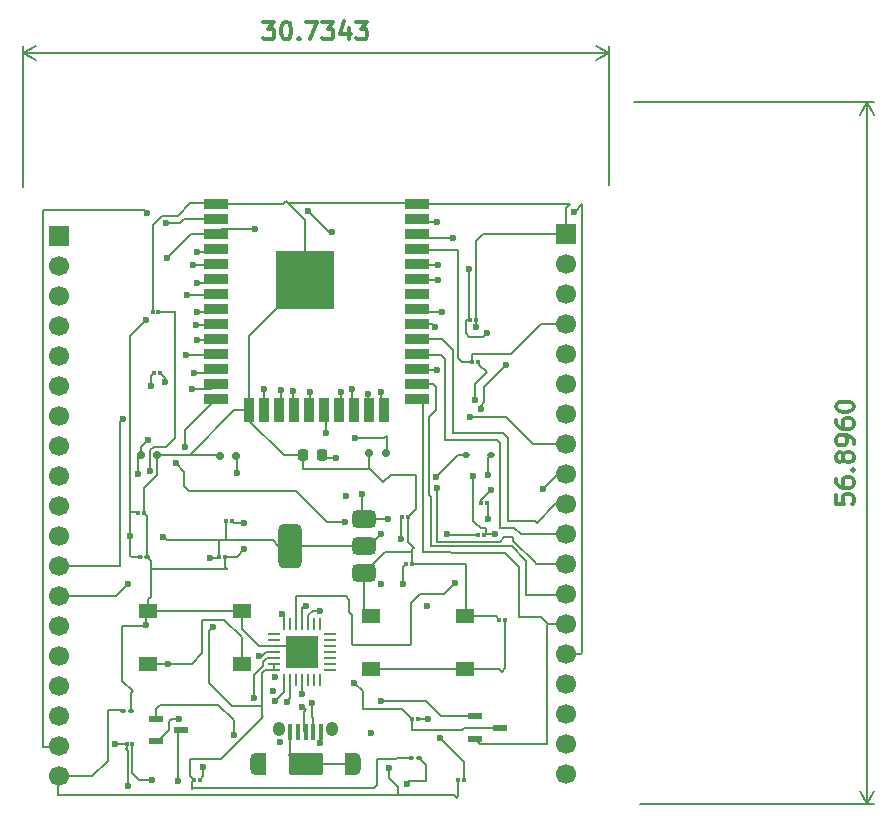
<source format=gbr>
%TF.GenerationSoftware,KiCad,Pcbnew,9.0.2*%
%TF.CreationDate,2025-07-05T23:34:38+05:30*%
%TF.ProjectId,_autosave-esp32devkitclone,5f617574-6f73-4617-9665-2d6573703332,rev?*%
%TF.SameCoordinates,Original*%
%TF.FileFunction,Copper,L1,Top*%
%TF.FilePolarity,Positive*%
%FSLAX46Y46*%
G04 Gerber Fmt 4.6, Leading zero omitted, Abs format (unit mm)*
G04 Created by KiCad (PCBNEW 9.0.2) date 2025-07-05 23:34:38*
%MOMM*%
%LPD*%
G01*
G04 APERTURE LIST*
G04 Aperture macros list*
%AMRoundRect*
0 Rectangle with rounded corners*
0 $1 Rounding radius*
0 $2 $3 $4 $5 $6 $7 $8 $9 X,Y pos of 4 corners*
0 Add a 4 corners polygon primitive as box body*
4,1,4,$2,$3,$4,$5,$6,$7,$8,$9,$2,$3,0*
0 Add four circle primitives for the rounded corners*
1,1,$1+$1,$2,$3*
1,1,$1+$1,$4,$5*
1,1,$1+$1,$6,$7*
1,1,$1+$1,$8,$9*
0 Add four rect primitives between the rounded corners*
20,1,$1+$1,$2,$3,$4,$5,0*
20,1,$1+$1,$4,$5,$6,$7,0*
20,1,$1+$1,$6,$7,$8,$9,0*
20,1,$1+$1,$8,$9,$2,$3,0*%
G04 Aperture macros list end*
%ADD10C,0.300000*%
%TA.AperFunction,NonConductor*%
%ADD11C,0.300000*%
%TD*%
%TA.AperFunction,NonConductor*%
%ADD12C,0.200000*%
%TD*%
%TA.AperFunction,ComponentPad*%
%ADD13R,1.700000X1.700000*%
%TD*%
%TA.AperFunction,ComponentPad*%
%ADD14C,1.700000*%
%TD*%
%TA.AperFunction,SMDPad,CuDef*%
%ADD15R,1.300000X0.600000*%
%TD*%
%TA.AperFunction,SMDPad,CuDef*%
%ADD16RoundRect,0.075000X-0.125000X-0.075000X0.125000X-0.075000X0.125000X0.075000X-0.125000X0.075000X0*%
%TD*%
%TA.AperFunction,SMDPad,CuDef*%
%ADD17RoundRect,0.218750X-0.218750X-0.256250X0.218750X-0.256250X0.218750X0.256250X-0.218750X0.256250X0*%
%TD*%
%TA.AperFunction,SMDPad,CuDef*%
%ADD18R,1.550000X1.300000*%
%TD*%
%TA.AperFunction,SMDPad,CuDef*%
%ADD19RoundRect,0.100000X-0.130000X-0.100000X0.130000X-0.100000X0.130000X0.100000X-0.130000X0.100000X0*%
%TD*%
%TA.AperFunction,SMDPad,CuDef*%
%ADD20RoundRect,0.100000X-0.100000X-0.575000X0.100000X-0.575000X0.100000X0.575000X-0.100000X0.575000X0*%
%TD*%
%TA.AperFunction,HeatsinkPad*%
%ADD21O,1.000000X1.900000*%
%TD*%
%TA.AperFunction,SMDPad,CuDef*%
%ADD22R,0.875000X1.900000*%
%TD*%
%TA.AperFunction,HeatsinkPad*%
%ADD23O,1.050000X1.250000*%
%TD*%
%TA.AperFunction,SMDPad,CuDef*%
%ADD24RoundRect,0.250000X-1.200000X-0.700000X1.200000X-0.700000X1.200000X0.700000X-1.200000X0.700000X0*%
%TD*%
%TA.AperFunction,SMDPad,CuDef*%
%ADD25RoundRect,0.150000X0.150000X0.200000X-0.150000X0.200000X-0.150000X-0.200000X0.150000X-0.200000X0*%
%TD*%
%TA.AperFunction,SMDPad,CuDef*%
%ADD26R,2.000000X0.900000*%
%TD*%
%TA.AperFunction,SMDPad,CuDef*%
%ADD27R,0.900000X2.000000*%
%TD*%
%TA.AperFunction,SMDPad,CuDef*%
%ADD28R,5.000000X5.000000*%
%TD*%
%TA.AperFunction,SMDPad,CuDef*%
%ADD29RoundRect,0.062500X-0.425000X-0.062500X0.425000X-0.062500X0.425000X0.062500X-0.425000X0.062500X0*%
%TD*%
%TA.AperFunction,SMDPad,CuDef*%
%ADD30RoundRect,0.062500X-0.062500X-0.425000X0.062500X-0.425000X0.062500X0.425000X-0.062500X0.425000X0*%
%TD*%
%TA.AperFunction,HeatsinkPad*%
%ADD31R,2.700000X2.700000*%
%TD*%
%TA.AperFunction,SMDPad,CuDef*%
%ADD32RoundRect,0.375000X0.625000X0.375000X-0.625000X0.375000X-0.625000X-0.375000X0.625000X-0.375000X0*%
%TD*%
%TA.AperFunction,SMDPad,CuDef*%
%ADD33RoundRect,0.500000X0.500000X1.400000X-0.500000X1.400000X-0.500000X-1.400000X0.500000X-1.400000X0*%
%TD*%
%TA.AperFunction,SMDPad,CuDef*%
%ADD34RoundRect,0.112500X-0.187500X-0.112500X0.187500X-0.112500X0.187500X0.112500X-0.187500X0.112500X0*%
%TD*%
%TA.AperFunction,ViaPad*%
%ADD35C,0.600000*%
%TD*%
%TA.AperFunction,Conductor*%
%ADD36C,0.200000*%
%TD*%
G04 APERTURE END LIST*
D10*
D11*
X179256429Y-66378328D02*
X180185001Y-66378328D01*
X180185001Y-66378328D02*
X179685001Y-66949757D01*
X179685001Y-66949757D02*
X179899286Y-66949757D01*
X179899286Y-66949757D02*
X180042144Y-67021185D01*
X180042144Y-67021185D02*
X180113572Y-67092614D01*
X180113572Y-67092614D02*
X180185001Y-67235471D01*
X180185001Y-67235471D02*
X180185001Y-67592614D01*
X180185001Y-67592614D02*
X180113572Y-67735471D01*
X180113572Y-67735471D02*
X180042144Y-67806900D01*
X180042144Y-67806900D02*
X179899286Y-67878328D01*
X179899286Y-67878328D02*
X179470715Y-67878328D01*
X179470715Y-67878328D02*
X179327858Y-67806900D01*
X179327858Y-67806900D02*
X179256429Y-67735471D01*
X181113572Y-66378328D02*
X181256429Y-66378328D01*
X181256429Y-66378328D02*
X181399286Y-66449757D01*
X181399286Y-66449757D02*
X181470715Y-66521185D01*
X181470715Y-66521185D02*
X181542143Y-66664042D01*
X181542143Y-66664042D02*
X181613572Y-66949757D01*
X181613572Y-66949757D02*
X181613572Y-67306900D01*
X181613572Y-67306900D02*
X181542143Y-67592614D01*
X181542143Y-67592614D02*
X181470715Y-67735471D01*
X181470715Y-67735471D02*
X181399286Y-67806900D01*
X181399286Y-67806900D02*
X181256429Y-67878328D01*
X181256429Y-67878328D02*
X181113572Y-67878328D01*
X181113572Y-67878328D02*
X180970715Y-67806900D01*
X180970715Y-67806900D02*
X180899286Y-67735471D01*
X180899286Y-67735471D02*
X180827857Y-67592614D01*
X180827857Y-67592614D02*
X180756429Y-67306900D01*
X180756429Y-67306900D02*
X180756429Y-66949757D01*
X180756429Y-66949757D02*
X180827857Y-66664042D01*
X180827857Y-66664042D02*
X180899286Y-66521185D01*
X180899286Y-66521185D02*
X180970715Y-66449757D01*
X180970715Y-66449757D02*
X181113572Y-66378328D01*
X182256428Y-67735471D02*
X182327857Y-67806900D01*
X182327857Y-67806900D02*
X182256428Y-67878328D01*
X182256428Y-67878328D02*
X182185000Y-67806900D01*
X182185000Y-67806900D02*
X182256428Y-67735471D01*
X182256428Y-67735471D02*
X182256428Y-67878328D01*
X182827857Y-66378328D02*
X183827857Y-66378328D01*
X183827857Y-66378328D02*
X183185000Y-67878328D01*
X184256428Y-66378328D02*
X185185000Y-66378328D01*
X185185000Y-66378328D02*
X184685000Y-66949757D01*
X184685000Y-66949757D02*
X184899285Y-66949757D01*
X184899285Y-66949757D02*
X185042143Y-67021185D01*
X185042143Y-67021185D02*
X185113571Y-67092614D01*
X185113571Y-67092614D02*
X185185000Y-67235471D01*
X185185000Y-67235471D02*
X185185000Y-67592614D01*
X185185000Y-67592614D02*
X185113571Y-67735471D01*
X185113571Y-67735471D02*
X185042143Y-67806900D01*
X185042143Y-67806900D02*
X184899285Y-67878328D01*
X184899285Y-67878328D02*
X184470714Y-67878328D01*
X184470714Y-67878328D02*
X184327857Y-67806900D01*
X184327857Y-67806900D02*
X184256428Y-67735471D01*
X186470714Y-66878328D02*
X186470714Y-67878328D01*
X186113571Y-66306900D02*
X185756428Y-67378328D01*
X185756428Y-67378328D02*
X186684999Y-67378328D01*
X187113570Y-66378328D02*
X188042142Y-66378328D01*
X188042142Y-66378328D02*
X187542142Y-66949757D01*
X187542142Y-66949757D02*
X187756427Y-66949757D01*
X187756427Y-66949757D02*
X187899285Y-67021185D01*
X187899285Y-67021185D02*
X187970713Y-67092614D01*
X187970713Y-67092614D02*
X188042142Y-67235471D01*
X188042142Y-67235471D02*
X188042142Y-67592614D01*
X188042142Y-67592614D02*
X187970713Y-67735471D01*
X187970713Y-67735471D02*
X187899285Y-67806900D01*
X187899285Y-67806900D02*
X187756427Y-67878328D01*
X187756427Y-67878328D02*
X187327856Y-67878328D01*
X187327856Y-67878328D02*
X187184999Y-67806900D01*
X187184999Y-67806900D02*
X187113570Y-67735471D01*
D12*
X158860000Y-80350000D02*
X158860000Y-68413580D01*
X208510000Y-68413580D02*
X208510000Y-80190000D01*
X158860000Y-69000000D02*
X208510000Y-69000000D01*
X158860000Y-69000000D02*
X159986504Y-68413579D01*
X158860000Y-69000000D02*
X159986504Y-69586421D01*
X208510000Y-69000000D02*
X207383496Y-69586421D01*
X208510000Y-69000000D02*
X207383496Y-68413579D01*
D10*
D11*
X227718328Y-106461427D02*
X227718328Y-107175713D01*
X227718328Y-107175713D02*
X228432614Y-107247141D01*
X228432614Y-107247141D02*
X228361185Y-107175713D01*
X228361185Y-107175713D02*
X228289757Y-107032856D01*
X228289757Y-107032856D02*
X228289757Y-106675713D01*
X228289757Y-106675713D02*
X228361185Y-106532856D01*
X228361185Y-106532856D02*
X228432614Y-106461427D01*
X228432614Y-106461427D02*
X228575471Y-106389998D01*
X228575471Y-106389998D02*
X228932614Y-106389998D01*
X228932614Y-106389998D02*
X229075471Y-106461427D01*
X229075471Y-106461427D02*
X229146900Y-106532856D01*
X229146900Y-106532856D02*
X229218328Y-106675713D01*
X229218328Y-106675713D02*
X229218328Y-107032856D01*
X229218328Y-107032856D02*
X229146900Y-107175713D01*
X229146900Y-107175713D02*
X229075471Y-107247141D01*
X227718328Y-105104285D02*
X227718328Y-105389999D01*
X227718328Y-105389999D02*
X227789757Y-105532856D01*
X227789757Y-105532856D02*
X227861185Y-105604285D01*
X227861185Y-105604285D02*
X228075471Y-105747142D01*
X228075471Y-105747142D02*
X228361185Y-105818570D01*
X228361185Y-105818570D02*
X228932614Y-105818570D01*
X228932614Y-105818570D02*
X229075471Y-105747142D01*
X229075471Y-105747142D02*
X229146900Y-105675713D01*
X229146900Y-105675713D02*
X229218328Y-105532856D01*
X229218328Y-105532856D02*
X229218328Y-105247142D01*
X229218328Y-105247142D02*
X229146900Y-105104285D01*
X229146900Y-105104285D02*
X229075471Y-105032856D01*
X229075471Y-105032856D02*
X228932614Y-104961427D01*
X228932614Y-104961427D02*
X228575471Y-104961427D01*
X228575471Y-104961427D02*
X228432614Y-105032856D01*
X228432614Y-105032856D02*
X228361185Y-105104285D01*
X228361185Y-105104285D02*
X228289757Y-105247142D01*
X228289757Y-105247142D02*
X228289757Y-105532856D01*
X228289757Y-105532856D02*
X228361185Y-105675713D01*
X228361185Y-105675713D02*
X228432614Y-105747142D01*
X228432614Y-105747142D02*
X228575471Y-105818570D01*
X229075471Y-104318571D02*
X229146900Y-104247142D01*
X229146900Y-104247142D02*
X229218328Y-104318571D01*
X229218328Y-104318571D02*
X229146900Y-104389999D01*
X229146900Y-104389999D02*
X229075471Y-104318571D01*
X229075471Y-104318571D02*
X229218328Y-104318571D01*
X228361185Y-103389999D02*
X228289757Y-103532856D01*
X228289757Y-103532856D02*
X228218328Y-103604285D01*
X228218328Y-103604285D02*
X228075471Y-103675713D01*
X228075471Y-103675713D02*
X228004042Y-103675713D01*
X228004042Y-103675713D02*
X227861185Y-103604285D01*
X227861185Y-103604285D02*
X227789757Y-103532856D01*
X227789757Y-103532856D02*
X227718328Y-103389999D01*
X227718328Y-103389999D02*
X227718328Y-103104285D01*
X227718328Y-103104285D02*
X227789757Y-102961428D01*
X227789757Y-102961428D02*
X227861185Y-102889999D01*
X227861185Y-102889999D02*
X228004042Y-102818570D01*
X228004042Y-102818570D02*
X228075471Y-102818570D01*
X228075471Y-102818570D02*
X228218328Y-102889999D01*
X228218328Y-102889999D02*
X228289757Y-102961428D01*
X228289757Y-102961428D02*
X228361185Y-103104285D01*
X228361185Y-103104285D02*
X228361185Y-103389999D01*
X228361185Y-103389999D02*
X228432614Y-103532856D01*
X228432614Y-103532856D02*
X228504042Y-103604285D01*
X228504042Y-103604285D02*
X228646900Y-103675713D01*
X228646900Y-103675713D02*
X228932614Y-103675713D01*
X228932614Y-103675713D02*
X229075471Y-103604285D01*
X229075471Y-103604285D02*
X229146900Y-103532856D01*
X229146900Y-103532856D02*
X229218328Y-103389999D01*
X229218328Y-103389999D02*
X229218328Y-103104285D01*
X229218328Y-103104285D02*
X229146900Y-102961428D01*
X229146900Y-102961428D02*
X229075471Y-102889999D01*
X229075471Y-102889999D02*
X228932614Y-102818570D01*
X228932614Y-102818570D02*
X228646900Y-102818570D01*
X228646900Y-102818570D02*
X228504042Y-102889999D01*
X228504042Y-102889999D02*
X228432614Y-102961428D01*
X228432614Y-102961428D02*
X228361185Y-103104285D01*
X229218328Y-102104285D02*
X229218328Y-101818571D01*
X229218328Y-101818571D02*
X229146900Y-101675714D01*
X229146900Y-101675714D02*
X229075471Y-101604285D01*
X229075471Y-101604285D02*
X228861185Y-101461428D01*
X228861185Y-101461428D02*
X228575471Y-101389999D01*
X228575471Y-101389999D02*
X228004042Y-101389999D01*
X228004042Y-101389999D02*
X227861185Y-101461428D01*
X227861185Y-101461428D02*
X227789757Y-101532857D01*
X227789757Y-101532857D02*
X227718328Y-101675714D01*
X227718328Y-101675714D02*
X227718328Y-101961428D01*
X227718328Y-101961428D02*
X227789757Y-102104285D01*
X227789757Y-102104285D02*
X227861185Y-102175714D01*
X227861185Y-102175714D02*
X228004042Y-102247142D01*
X228004042Y-102247142D02*
X228361185Y-102247142D01*
X228361185Y-102247142D02*
X228504042Y-102175714D01*
X228504042Y-102175714D02*
X228575471Y-102104285D01*
X228575471Y-102104285D02*
X228646900Y-101961428D01*
X228646900Y-101961428D02*
X228646900Y-101675714D01*
X228646900Y-101675714D02*
X228575471Y-101532857D01*
X228575471Y-101532857D02*
X228504042Y-101461428D01*
X228504042Y-101461428D02*
X228361185Y-101389999D01*
X227718328Y-100104286D02*
X227718328Y-100390000D01*
X227718328Y-100390000D02*
X227789757Y-100532857D01*
X227789757Y-100532857D02*
X227861185Y-100604286D01*
X227861185Y-100604286D02*
X228075471Y-100747143D01*
X228075471Y-100747143D02*
X228361185Y-100818571D01*
X228361185Y-100818571D02*
X228932614Y-100818571D01*
X228932614Y-100818571D02*
X229075471Y-100747143D01*
X229075471Y-100747143D02*
X229146900Y-100675714D01*
X229146900Y-100675714D02*
X229218328Y-100532857D01*
X229218328Y-100532857D02*
X229218328Y-100247143D01*
X229218328Y-100247143D02*
X229146900Y-100104286D01*
X229146900Y-100104286D02*
X229075471Y-100032857D01*
X229075471Y-100032857D02*
X228932614Y-99961428D01*
X228932614Y-99961428D02*
X228575471Y-99961428D01*
X228575471Y-99961428D02*
X228432614Y-100032857D01*
X228432614Y-100032857D02*
X228361185Y-100104286D01*
X228361185Y-100104286D02*
X228289757Y-100247143D01*
X228289757Y-100247143D02*
X228289757Y-100532857D01*
X228289757Y-100532857D02*
X228361185Y-100675714D01*
X228361185Y-100675714D02*
X228432614Y-100747143D01*
X228432614Y-100747143D02*
X228575471Y-100818571D01*
X227718328Y-99032857D02*
X227718328Y-98890000D01*
X227718328Y-98890000D02*
X227789757Y-98747143D01*
X227789757Y-98747143D02*
X227861185Y-98675715D01*
X227861185Y-98675715D02*
X228004042Y-98604286D01*
X228004042Y-98604286D02*
X228289757Y-98532857D01*
X228289757Y-98532857D02*
X228646900Y-98532857D01*
X228646900Y-98532857D02*
X228932614Y-98604286D01*
X228932614Y-98604286D02*
X229075471Y-98675715D01*
X229075471Y-98675715D02*
X229146900Y-98747143D01*
X229146900Y-98747143D02*
X229218328Y-98890000D01*
X229218328Y-98890000D02*
X229218328Y-99032857D01*
X229218328Y-99032857D02*
X229146900Y-99175715D01*
X229146900Y-99175715D02*
X229075471Y-99247143D01*
X229075471Y-99247143D02*
X228932614Y-99318572D01*
X228932614Y-99318572D02*
X228646900Y-99390000D01*
X228646900Y-99390000D02*
X228289757Y-99390000D01*
X228289757Y-99390000D02*
X228004042Y-99318572D01*
X228004042Y-99318572D02*
X227861185Y-99247143D01*
X227861185Y-99247143D02*
X227789757Y-99175715D01*
X227789757Y-99175715D02*
X227718328Y-99032857D01*
D12*
X210660000Y-73160000D02*
X230926420Y-73160000D01*
X230926420Y-132620000D02*
X211140000Y-132620000D01*
X230340000Y-73160000D02*
X230340000Y-132620000D01*
X230340000Y-73160000D02*
X230926421Y-74286504D01*
X230340000Y-73160000D02*
X229753579Y-74286504D01*
X230340000Y-132620000D02*
X229753579Y-131493496D01*
X230340000Y-132620000D02*
X230926421Y-131493496D01*
D13*
%TO.P,J2,1,Pin_1*%
%TO.N,/VDD33*%
X161960000Y-84540000D03*
D14*
%TO.P,J2,2,Pin_2*%
%TO.N,/EN*%
X161960000Y-87080000D03*
%TO.P,J2,3,Pin_3*%
%TO.N,/SENSOR_VP*%
X161960000Y-89620000D03*
%TO.P,J2,4,Pin_4*%
%TO.N,/SENSOR_VN*%
X161960000Y-92160000D03*
%TO.P,J2,5,Pin_5*%
%TO.N,/IO34*%
X161960000Y-94700000D03*
%TO.P,J2,6,Pin_6*%
%TO.N,/IO35*%
X161960000Y-97240000D03*
%TO.P,J2,7,Pin_7*%
%TO.N,/IO32*%
X161960000Y-99780000D03*
%TO.P,J2,8,Pin_8*%
%TO.N,/IO33*%
X161960000Y-102320000D03*
%TO.P,J2,9,Pin_9*%
%TO.N,/IO25*%
X161960000Y-104860000D03*
%TO.P,J2,10,Pin_10*%
%TO.N,/IO26*%
X161960000Y-107400000D03*
%TO.P,J2,11,Pin_11*%
%TO.N,/IO27*%
X161960000Y-109940000D03*
%TO.P,J2,12,Pin_12*%
%TO.N,/IO14*%
X161960000Y-112480000D03*
%TO.P,J2,13,Pin_13*%
%TO.N,/IO12*%
X161960000Y-115020000D03*
%TO.P,J2,14,Pin_14*%
%TO.N,GND*%
X161960000Y-117560000D03*
%TO.P,J2,15,Pin_15*%
%TO.N,/IO13*%
X161960000Y-120100000D03*
%TO.P,J2,16,Pin_16*%
%TO.N,/SD2*%
X161960000Y-122640000D03*
%TO.P,J2,17,Pin_17*%
%TO.N,/SD3*%
X161960000Y-125180000D03*
%TO.P,J2,18,Pin_18*%
%TO.N,/CMD*%
X161960000Y-127720000D03*
%TO.P,J2,19,Pin_19*%
%TO.N,/EXT_5V*%
X161960000Y-130260000D03*
%TD*%
D15*
%TO.P,Q2,1,B*%
%TO.N,Net-(Q2-B)*%
X197190000Y-125180000D03*
%TO.P,Q2,2,E*%
%TO.N,/IO0*%
X197190000Y-127080000D03*
%TO.P,Q2,3,C*%
%TO.N,/DTR*%
X199290000Y-126130000D03*
%TD*%
D16*
%TO.P,R21,1*%
%TO.N,/DTR*%
X191835000Y-125370000D03*
%TO.P,R21,2*%
%TO.N,Net-(Q1-B)*%
X192335000Y-125370000D03*
%TD*%
%TO.P,R17,1*%
%TO.N,/TXDO*%
X196905000Y-95160000D03*
%TO.P,R17,2*%
%TO.N,/RXD*%
X197405000Y-95160000D03*
%TD*%
D17*
%TO.P,D1,1,K*%
%TO.N,GND*%
X182605000Y-103080000D03*
%TO.P,D1,2,A*%
%TO.N,Net-(D1-A)*%
X184180000Y-103080000D03*
%TD*%
D16*
%TO.P,C15,1*%
%TO.N,GND*%
X169865000Y-90920000D03*
%TO.P,C15,2*%
%TO.N,Net-(C15-Pad2)*%
X170365000Y-90920000D03*
%TD*%
%TO.P,R25,1*%
%TO.N,/VBUS*%
X167665000Y-127540000D03*
%TO.P,R25,2*%
%TO.N,Net-(U1-VBUS)*%
X168165000Y-127540000D03*
%TD*%
D18*
%TO.P,SW1,1,1*%
%TO.N,GND*%
X169450000Y-116280000D03*
X177400000Y-116280000D03*
%TO.P,SW1,2,2*%
%TO.N,Net-(C15-Pad2)*%
X169450000Y-120780000D03*
X177400000Y-120780000D03*
%TD*%
D16*
%TO.P,C14,1*%
%TO.N,GND*%
X199220000Y-117020000D03*
%TO.P,C14,2*%
%TO.N,Net-(C14-Pad2)*%
X199720000Y-117020000D03*
%TD*%
D19*
%TO.P,C21,1*%
%TO.N,/VDD33*%
X168780000Y-111720000D03*
%TO.P,C21,2*%
%TO.N,GND*%
X169420000Y-111720000D03*
%TD*%
D20*
%TO.P,J1,1,VBUS*%
%TO.N,/VBUS*%
X184120000Y-126550000D03*
%TO.P,J1,2,D-*%
%TO.N,/USB_DN*%
X183470000Y-126550000D03*
%TO.P,J1,3,D+*%
%TO.N,/USB_DP*%
X182820000Y-126550000D03*
%TO.P,J1,4,ID*%
%TO.N,unconnected-(J1-ID-Pad4)*%
X182170000Y-126550000D03*
%TO.P,J1,5,GND*%
%TO.N,GND*%
X181520000Y-126550000D03*
D21*
%TO.P,J1,6,Shield*%
X178645000Y-129225000D03*
D22*
X179082500Y-129225000D03*
D23*
X180595000Y-126225000D03*
D24*
X182820000Y-129225000D03*
D23*
X185045000Y-126225000D03*
D22*
X186557500Y-129225000D03*
D21*
X186995000Y-129225000D03*
%TD*%
D18*
%TO.P,SW2,1,1*%
%TO.N,GND*%
X188350000Y-116710000D03*
X196300000Y-116710000D03*
%TO.P,SW2,2,2*%
%TO.N,Net-(C14-Pad2)*%
X188350000Y-121210000D03*
X196300000Y-121210000D03*
%TD*%
D13*
%TO.P,J3,1,Pin_1*%
%TO.N,GND*%
X204880000Y-84360000D03*
D14*
%TO.P,J3,2,Pin_2*%
%TO.N,/IO23*%
X204880000Y-86900000D03*
%TO.P,J3,3,Pin_3*%
%TO.N,/IO22*%
X204880000Y-89440000D03*
%TO.P,J3,4,Pin_4*%
%TO.N,/TXDO*%
X204880000Y-91980000D03*
%TO.P,J3,5,Pin_5*%
%TO.N,/RXDO*%
X204880000Y-94520000D03*
%TO.P,J3,6,Pin_6*%
%TO.N,/IO21*%
X204880000Y-97060000D03*
%TO.P,J3,7,Pin_7*%
%TO.N,GND*%
X204880000Y-99600000D03*
%TO.P,J3,8,Pin_8*%
%TO.N,/IO19*%
X204880000Y-102140000D03*
%TO.P,J3,9,Pin_9*%
%TO.N,/IO18*%
X204880000Y-104680000D03*
%TO.P,J3,10,Pin_10*%
%TO.N,/IO5*%
X204880000Y-107220000D03*
%TO.P,J3,11,Pin_11*%
%TO.N,/IO17*%
X204880000Y-109760000D03*
%TO.P,J3,12,Pin_12*%
%TO.N,/IO16*%
X204880000Y-112300000D03*
%TO.P,J3,13,Pin_13*%
%TO.N,/IO4*%
X204880000Y-114840000D03*
%TO.P,J3,14,Pin_14*%
%TO.N,/IO0*%
X204880000Y-117380000D03*
%TO.P,J3,15,Pin_15*%
%TO.N,/IO2*%
X204880000Y-119920000D03*
%TO.P,J3,16,Pin_16*%
%TO.N,/IO15*%
X204880000Y-122460000D03*
%TO.P,J3,17,Pin_17*%
%TO.N,/SD1*%
X204880000Y-125000000D03*
%TO.P,J3,18,Pin_18*%
%TO.N,/SD0*%
X204880000Y-127540000D03*
%TO.P,J3,19,Pin_19*%
%TO.N,/CLK*%
X204880000Y-130080000D03*
%TD*%
D25*
%TO.P,D4,1,A1*%
%TO.N,GND*%
X188210000Y-102890000D03*
%TO.P,D4,2,A2*%
%TO.N,/USB_DN*%
X189610000Y-102890000D03*
%TD*%
D16*
%TO.P,R24,1*%
%TO.N,/VDD33*%
X173350000Y-130540000D03*
%TO.P,R24,2*%
%TO.N,Net-(U1-~{RST})*%
X173850000Y-130540000D03*
%TD*%
D19*
%TO.P,C3,1*%
%TO.N,/VDD33*%
X191785000Y-128710000D03*
%TO.P,C3,2*%
%TO.N,GND*%
X192425000Y-128710000D03*
%TD*%
D25*
%TO.P,D6,1,A1*%
%TO.N,/VBUS*%
X168870000Y-103060000D03*
%TO.P,D6,2,A2*%
%TO.N,GND*%
X170270000Y-103060000D03*
%TD*%
D16*
%TO.P,R22,1*%
%TO.N,/RTS*%
X170000000Y-96140000D03*
%TO.P,R22,2*%
%TO.N,Net-(Q2-B)*%
X170500000Y-96140000D03*
%TD*%
%TO.P,R26,1*%
%TO.N,Net-(U1-VBUS)*%
X191355000Y-112260000D03*
%TO.P,R26,2*%
%TO.N,GND*%
X191855000Y-112260000D03*
%TD*%
D19*
%TO.P,C1,1*%
%TO.N,/EXT_5V*%
X167400000Y-124750000D03*
%TO.P,C1,2*%
%TO.N,GND*%
X168040000Y-124750000D03*
%TD*%
D26*
%TO.P,MOD1,1,GND*%
%TO.N,GND*%
X175280000Y-81780000D03*
%TO.P,MOD1,2,VDD*%
%TO.N,/VDD33*%
X175280000Y-83050000D03*
%TO.P,MOD1,3,EN*%
%TO.N,/EN*%
X175280000Y-84320000D03*
%TO.P,MOD1,4,SENSOR_VP*%
%TO.N,/SENSOR_VP*%
X175280000Y-85590000D03*
%TO.P,MOD1,5,SENSOR_VN*%
%TO.N,/SENSOR_VN*%
X175280000Y-86860000D03*
%TO.P,MOD1,6,IO34*%
%TO.N,/IO34*%
X175280000Y-88130000D03*
%TO.P,MOD1,7,IO35*%
%TO.N,/IO35*%
X175280000Y-89400000D03*
%TO.P,MOD1,8,IO32*%
%TO.N,/IO32*%
X175280000Y-90670000D03*
%TO.P,MOD1,9,IO33*%
%TO.N,/IO33*%
X175280000Y-91940000D03*
%TO.P,MOD1,10,IO25*%
%TO.N,/IO25*%
X175280000Y-93210000D03*
%TO.P,MOD1,11,IO26*%
%TO.N,/IO26*%
X175280000Y-94480000D03*
%TO.P,MOD1,12,IO27*%
%TO.N,/IO27*%
X175280000Y-95750000D03*
%TO.P,MOD1,13,IO14*%
%TO.N,/IO14*%
X175280000Y-97020000D03*
%TO.P,MOD1,14,IO12*%
%TO.N,/IO12*%
X175280000Y-98290000D03*
D27*
%TO.P,MOD1,15,GND*%
%TO.N,GND*%
X178065000Y-99290000D03*
%TO.P,MOD1,16,IO13*%
%TO.N,/IO13*%
X179335000Y-99290000D03*
%TO.P,MOD1,17,SHD/SD2*%
%TO.N,/SD2*%
X180605000Y-99290000D03*
%TO.P,MOD1,18,SWP/SD3*%
%TO.N,/SD3*%
X181875000Y-99290000D03*
%TO.P,MOD1,19,SCS/CMD*%
%TO.N,/CMD*%
X183145000Y-99290000D03*
%TO.P,MOD1,20,SCK/CLK*%
%TO.N,/CLK*%
X184415000Y-99290000D03*
%TO.P,MOD1,21,SDO/SD0*%
%TO.N,/SD0*%
X185685000Y-99290000D03*
%TO.P,MOD1,22,SDI/SD1*%
%TO.N,/SD1*%
X186955000Y-99290000D03*
%TO.P,MOD1,23,IO15*%
%TO.N,/IO15*%
X188225000Y-99290000D03*
%TO.P,MOD1,24,IO2*%
%TO.N,/IO2*%
X189495000Y-99290000D03*
D26*
%TO.P,MOD1,25,IO0*%
%TO.N,/IO0*%
X192280000Y-98290000D03*
%TO.P,MOD1,26,IO4*%
%TO.N,/IO4*%
X192280000Y-97020000D03*
%TO.P,MOD1,27,IO16*%
%TO.N,/IO16*%
X192280000Y-95750000D03*
%TO.P,MOD1,28,IO17*%
%TO.N,/IO17*%
X192280000Y-94480000D03*
%TO.P,MOD1,29,IO5*%
%TO.N,/IO5*%
X192280000Y-93210000D03*
%TO.P,MOD1,30,IO18*%
%TO.N,/IO18*%
X192280000Y-91940000D03*
%TO.P,MOD1,31,IO19*%
%TO.N,/IO19*%
X192280000Y-90670000D03*
%TO.P,MOD1,32,NC*%
%TO.N,unconnected-(MOD1-NC-Pad32)*%
X192280000Y-89400000D03*
%TO.P,MOD1,33,IO21*%
%TO.N,/IO21*%
X192280000Y-88130000D03*
%TO.P,MOD1,34,RXD0/IO3*%
%TO.N,/RXDO*%
X192280000Y-86860000D03*
%TO.P,MOD1,35,TXD0/IO1*%
%TO.N,/TXDO*%
X192280000Y-85590000D03*
%TO.P,MOD1,36,IO22*%
%TO.N,/IO22*%
X192280000Y-84320000D03*
%TO.P,MOD1,37,IO23*%
%TO.N,/IO23*%
X192280000Y-83050000D03*
%TO.P,MOD1,38,GND*%
%TO.N,GND*%
X192280000Y-81780000D03*
D28*
%TO.P,MOD1,39,GND*%
X182780000Y-88280000D03*
%TD*%
D16*
%TO.P,R11,1*%
%TO.N,/VDD33*%
X197460000Y-109800000D03*
%TO.P,R11,2*%
%TO.N,/EN*%
X197960000Y-109800000D03*
%TD*%
D29*
%TO.P,U1,1,~{DCD}*%
%TO.N,/CDC*%
X180155000Y-118240000D03*
%TO.P,U1,2,~{RI}/CLK*%
%TO.N,/RI*%
X180155000Y-118740000D03*
%TO.P,U1,3,GND*%
%TO.N,GND*%
X180155000Y-119240000D03*
%TO.P,U1,4,D+*%
%TO.N,/USB_DP*%
X180155000Y-119740000D03*
%TO.P,U1,5,D-*%
%TO.N,/USB_DN*%
X180155000Y-120240000D03*
%TO.P,U1,6,VDD*%
%TO.N,/VDD33*%
X180155000Y-120740000D03*
%TO.P,U1,7,VREGIN*%
X180155000Y-121240000D03*
D30*
%TO.P,U1,8,VBUS*%
%TO.N,Net-(U1-VBUS)*%
X181017500Y-122102500D03*
%TO.P,U1,9,~{RST}*%
%TO.N,Net-(U1-~{RST})*%
X181517500Y-122102500D03*
%TO.P,U1,10,NC*%
%TO.N,unconnected-(U1-NC-Pad10)*%
X182017500Y-122102500D03*
%TO.P,U1,11,~{SUSPEND}*%
%TO.N,Net-(U1-~{SUSPEND})*%
X182517500Y-122102500D03*
%TO.P,U1,12,SUSPEND*%
%TO.N,unconnected-(U1-SUSPEND-Pad12)*%
X183017500Y-122102500D03*
%TO.P,U1,13,CHREN*%
%TO.N,unconnected-(U1-CHREN-Pad13)*%
X183517500Y-122102500D03*
%TO.P,U1,14,CHR1*%
%TO.N,unconnected-(U1-CHR1-Pad14)*%
X184017500Y-122102500D03*
D29*
%TO.P,U1,15,CHR0*%
%TO.N,unconnected-(U1-CHR0-Pad15)*%
X184880000Y-121240000D03*
%TO.P,U1,16,~{WAKEUP}/GPIO.3*%
%TO.N,unconnected-(U1-~{WAKEUP}{slash}GPIO.3-Pad16)*%
X184880000Y-120740000D03*
%TO.P,U1,17,RS485/GPIO.2*%
%TO.N,unconnected-(U1-RS485{slash}GPIO.2-Pad17)*%
X184880000Y-120240000D03*
%TO.P,U1,18,~{RXT}/GPIO.1*%
%TO.N,unconnected-(U1-~{RXT}{slash}GPIO.1-Pad18)*%
X184880000Y-119740000D03*
%TO.P,U1,19,~{TXT}/GPIO.0*%
%TO.N,unconnected-(U1-~{TXT}{slash}GPIO.0-Pad19)*%
X184880000Y-119240000D03*
%TO.P,U1,20,GPIO.6*%
%TO.N,unconnected-(U1-GPIO.6-Pad20)*%
X184880000Y-118740000D03*
%TO.P,U1,21,GPIO.5*%
%TO.N,unconnected-(U1-GPIO.5-Pad21)*%
X184880000Y-118240000D03*
D30*
%TO.P,U1,22,GPIO.4*%
%TO.N,unconnected-(U1-GPIO.4-Pad22)*%
X184017500Y-117377500D03*
%TO.P,U1,23,~{CTS}*%
%TO.N,/CTS*%
X183517500Y-117377500D03*
%TO.P,U1,24,~{RTS}*%
%TO.N,/RTS*%
X183017500Y-117377500D03*
%TO.P,U1,25,RXD*%
%TO.N,/RXD*%
X182517500Y-117377500D03*
%TO.P,U1,26,TXD*%
%TO.N,/TXD*%
X182017500Y-117377500D03*
%TO.P,U1,27,~{DSR}*%
%TO.N,/DSR*%
X181517500Y-117377500D03*
%TO.P,U1,28,~{DTR}*%
%TO.N,/DTR*%
X181017500Y-117377500D03*
D31*
%TO.P,U1,29,GND*%
%TO.N,GND*%
X182517500Y-119740000D03*
%TD*%
D16*
%TO.P,C9,1*%
%TO.N,/EN*%
X196740000Y-91600000D03*
%TO.P,C9,2*%
%TO.N,GND*%
X197240000Y-91600000D03*
%TD*%
%TO.P,C19,1*%
%TO.N,/VDD33*%
X175530000Y-111660000D03*
%TO.P,C19,2*%
%TO.N,GND*%
X176030000Y-111660000D03*
%TD*%
%TO.P,R18,1*%
%TO.N,/RXDO*%
X197700000Y-107080000D03*
%TO.P,R18,2*%
%TO.N,/TXD*%
X198200000Y-107080000D03*
%TD*%
D32*
%TO.P,U2,1,GND*%
%TO.N,GND*%
X187780000Y-113060000D03*
%TO.P,U2,2,VO*%
%TO.N,/VDD33*%
X187780000Y-110760000D03*
D33*
X181480000Y-110760000D03*
D32*
%TO.P,U2,3,VI*%
%TO.N,/EXT_5V*%
X187780000Y-108460000D03*
%TD*%
D34*
%TO.P,D3,1,K*%
%TO.N,/EXT_5V*%
X196390000Y-103090000D03*
%TO.P,D3,2,A*%
%TO.N,/VBUS*%
X198490000Y-103090000D03*
%TD*%
D15*
%TO.P,Q1,1,B*%
%TO.N,Net-(Q1-B)*%
X170170000Y-125410000D03*
%TO.P,Q1,2,E*%
%TO.N,/RTS*%
X170170000Y-127310000D03*
%TO.P,Q1,3,C*%
%TO.N,/EN*%
X172270000Y-126360000D03*
%TD*%
D16*
%TO.P,C22,1*%
%TO.N,/VDD33*%
X168675000Y-107950000D03*
%TO.P,C22,2*%
%TO.N,GND*%
X169175000Y-107950000D03*
%TD*%
%TO.P,R23,1*%
%TO.N,Net-(U1-~{SUSPEND})*%
X191030000Y-108270000D03*
%TO.P,R23,2*%
%TO.N,GND*%
X191530000Y-108270000D03*
%TD*%
%TO.P,C20,1*%
%TO.N,/VDD33*%
X176115000Y-108680000D03*
%TO.P,C20,2*%
%TO.N,GND*%
X176615000Y-108680000D03*
%TD*%
D25*
%TO.P,D5,1,A1*%
%TO.N,GND*%
X175560000Y-103130000D03*
%TO.P,D5,2,A2*%
%TO.N,/USB_DP*%
X176960000Y-103130000D03*
%TD*%
D16*
%TO.P,R2,1*%
%TO.N,/EXT_5V*%
X195740000Y-130560000D03*
%TO.P,R2,2*%
%TO.N,Net-(D1-A)*%
X196240000Y-130560000D03*
%TD*%
D35*
%TO.N,/EXT_5V*%
X193890000Y-104930000D03*
X189850000Y-129560000D03*
X187610000Y-106370000D03*
X189790000Y-108480000D03*
%TO.N,GND*%
X197280000Y-92180000D03*
X169300000Y-117470000D03*
X177640000Y-111020000D03*
X180620000Y-127330000D03*
X191390000Y-130880000D03*
X177620000Y-108810000D03*
%TO.N,/VDD33*%
X170790000Y-109990000D03*
X174720000Y-111740000D03*
X174950000Y-117620000D03*
X189230000Y-109710000D03*
X194820000Y-109780000D03*
X169320000Y-91650000D03*
X170990000Y-83420000D03*
X168000000Y-109890000D03*
%TO.N,/EN*%
X196630000Y-87310000D03*
X185090000Y-84160000D03*
X197640000Y-99190000D03*
X198880000Y-109760000D03*
X178540000Y-83930000D03*
X172010000Y-130690000D03*
X171080000Y-86370000D03*
X197000000Y-104820000D03*
X198150000Y-92750000D03*
X199780000Y-95430000D03*
X183060000Y-82380000D03*
%TO.N,Net-(C15-Pad2)*%
X171190000Y-120720000D03*
X169640000Y-104440000D03*
%TO.N,Net-(D1-A)*%
X194230000Y-127060000D03*
X185370000Y-103290000D03*
X193140000Y-115810000D03*
%TO.N,/VBUS*%
X167760000Y-131090000D03*
X198310000Y-104790000D03*
X169450000Y-101790000D03*
X184060000Y-127480000D03*
X166690000Y-127560000D03*
X168640000Y-104660000D03*
%TO.N,/USB_DN*%
X178450000Y-123600000D03*
X183390000Y-124020000D03*
X187030000Y-101640000D03*
X180070000Y-123040000D03*
%TO.N,/USB_DP*%
X182490000Y-124420000D03*
X178840000Y-120080000D03*
X176990000Y-104540000D03*
%TO.N,/SD2*%
X180710000Y-97520000D03*
%TO.N,/CMD*%
X169400000Y-82570000D03*
X183190000Y-97690000D03*
%TO.N,/IO34*%
X173600000Y-88490000D03*
%TO.N,/IO14*%
X173220000Y-97500000D03*
X167330000Y-100040000D03*
%TO.N,/IO25*%
X173630000Y-93330000D03*
%TO.N,/SENSOR_VN*%
X173330000Y-87010000D03*
%TO.N,/IO35*%
X172790000Y-89530000D03*
%TO.N,/IO13*%
X179290000Y-97490000D03*
%TO.N,/IO33*%
X173510000Y-92070000D03*
%TO.N,/IO27*%
X173340000Y-96080000D03*
%TO.N,/IO12*%
X172610000Y-102400000D03*
X167780000Y-113980000D03*
%TO.N,/SENSOR_VP*%
X173670000Y-85870000D03*
%TO.N,/SD3*%
X181780000Y-97610000D03*
%TO.N,/IO32*%
X173620000Y-90970000D03*
%TO.N,/IO26*%
X172670000Y-94560000D03*
%TO.N,/IO22*%
X195290000Y-84720000D03*
%TO.N,/IO19*%
X194410000Y-90980000D03*
X196750000Y-99850000D03*
%TO.N,/SD0*%
X185790000Y-97700000D03*
%TO.N,/RXDO*%
X194000000Y-87000000D03*
X198550000Y-106020000D03*
%TO.N,/IO2*%
X205510000Y-82470000D03*
X189200000Y-97750000D03*
%TO.N,/IO15*%
X188110000Y-97900000D03*
%TO.N,/IO21*%
X194060000Y-88240000D03*
%TO.N,/IO23*%
X193960000Y-83350000D03*
%TO.N,/SD1*%
X186750000Y-97440000D03*
%TO.N,/CLK*%
X188360000Y-126580000D03*
X186230000Y-106530000D03*
X184530000Y-101180000D03*
%TO.N,/IO16*%
X193980000Y-95890000D03*
X193940000Y-105890000D03*
%TO.N,/IO18*%
X193810000Y-92180000D03*
X202900000Y-105950000D03*
%TO.N,Net-(Q1-B)*%
X176750000Y-126800000D03*
X193200000Y-125390000D03*
%TO.N,/RTS*%
X172120000Y-125370000D03*
X169760000Y-97220000D03*
X184040000Y-116250000D03*
X180210000Y-121890000D03*
%TO.N,/DTR*%
X186950000Y-122320000D03*
X180860000Y-116540000D03*
%TO.N,Net-(Q2-B)*%
X189190000Y-114020000D03*
X170890000Y-96840000D03*
X189180000Y-123870000D03*
X171830000Y-103770000D03*
X186170000Y-108700000D03*
%TO.N,/RXD*%
X197170000Y-98400000D03*
X182820000Y-115870000D03*
%TO.N,/TXD*%
X198290000Y-108440000D03*
X195470000Y-113920000D03*
%TO.N,Net-(U1-~{SUSPEND})*%
X190870000Y-110150000D03*
X182500000Y-123310000D03*
%TO.N,Net-(U1-~{RST})*%
X181230000Y-123940000D03*
X174140000Y-129460000D03*
%TO.N,Net-(U1-VBUS)*%
X180220000Y-123920000D03*
X169830000Y-130570000D03*
X191050000Y-113970000D03*
%TD*%
D36*
%TO.N,/EXT_5V*%
X187610000Y-106370000D02*
X187610000Y-108290000D01*
X166080000Y-128960000D02*
X166080000Y-124640000D01*
X190660000Y-131200000D02*
X190660000Y-131740000D01*
X189850000Y-129560000D02*
X189850000Y-130390000D01*
X166080000Y-124640000D02*
X167290000Y-124640000D01*
X195740000Y-130560000D02*
X195740000Y-131950710D01*
X161900000Y-131820000D02*
X161900000Y-130320000D01*
X161960000Y-130260000D02*
X164780000Y-130260000D01*
X190580000Y-131820000D02*
X161900000Y-131820000D01*
X167290000Y-124640000D02*
X167400000Y-124750000D01*
X187780000Y-108460000D02*
X189770000Y-108460000D01*
X164780000Y-130260000D02*
X166080000Y-128960000D01*
X195740000Y-131950710D02*
X195629995Y-132060715D01*
X189770000Y-108460000D02*
X189790000Y-108480000D01*
X190660000Y-131740000D02*
X190580000Y-131820000D01*
X187610000Y-108290000D02*
X187780000Y-108460000D01*
X195730000Y-103090000D02*
X193890000Y-104930000D01*
X189850000Y-130390000D02*
X190660000Y-131200000D01*
X195629995Y-132060715D02*
X195389280Y-131820000D01*
X195389280Y-131820000D02*
X190580000Y-131820000D01*
X196390000Y-103090000D02*
X195730000Y-103090000D01*
X161900000Y-130320000D02*
X161960000Y-130260000D01*
%TO.N,GND*%
X181520000Y-128380000D02*
X181520000Y-126550000D01*
X170270000Y-104740000D02*
X170270000Y-103060000D01*
X176030000Y-112510000D02*
X176030000Y-111660000D01*
X196410000Y-116600000D02*
X196300000Y-116710000D01*
X177000000Y-111660000D02*
X177640000Y-111020000D01*
X175490000Y-103060000D02*
X175560000Y-103130000D01*
X182630000Y-104250000D02*
X188290000Y-104250000D01*
X169450000Y-115290000D02*
X169700000Y-115040000D01*
X170660000Y-82790000D02*
X169865000Y-83585000D01*
X177620000Y-108810000D02*
X176745000Y-108810000D01*
X176190000Y-112670000D02*
X176030000Y-112510000D01*
X182517500Y-119877500D02*
X182880000Y-120240000D01*
X169300000Y-117470000D02*
X169200000Y-117570000D01*
X192280000Y-81780000D02*
X205150000Y-81780000D01*
X182517500Y-119740000D02*
X182517500Y-119877500D01*
X180155000Y-119240000D02*
X182017500Y-119240000D01*
X173020000Y-103060000D02*
X175490000Y-103060000D01*
X173040000Y-81740000D02*
X171990000Y-82790000D01*
X169175000Y-105835000D02*
X170270000Y-104740000D01*
X181410000Y-128490000D02*
X181520000Y-128380000D01*
X188210000Y-104170000D02*
X188210000Y-102890000D01*
X169700000Y-112670000D02*
X176190000Y-112670000D01*
X176745000Y-108810000D02*
X176615000Y-108680000D01*
X197240000Y-92140000D02*
X197280000Y-92180000D01*
X205210000Y-81840000D02*
X204880000Y-82170000D01*
X192990000Y-129275000D02*
X192425000Y-128710000D01*
X182605000Y-103080000D02*
X180990000Y-103080000D01*
X181130000Y-81550000D02*
X180900000Y-81780000D01*
X169175000Y-107950000D02*
X169175000Y-105835000D01*
X169700000Y-115040000D02*
X169700000Y-112670000D01*
X171990000Y-82790000D02*
X170660000Y-82790000D01*
X191855000Y-111300000D02*
X189540000Y-111300000D01*
X198910000Y-116710000D02*
X199220000Y-117020000D01*
X191855000Y-112260000D02*
X196350000Y-112260000D01*
X182605000Y-104225000D02*
X182630000Y-104250000D01*
X181335000Y-81755000D02*
X192255000Y-81755000D01*
X180900000Y-81780000D02*
X175280000Y-81780000D01*
X192255000Y-81755000D02*
X192280000Y-81780000D01*
X169420000Y-111720000D02*
X169420000Y-108195000D01*
X191570000Y-130700000D02*
X192990000Y-130700000D01*
X180155000Y-119240000D02*
X178860000Y-119240000D01*
X191390000Y-130880000D02*
X191570000Y-130700000D01*
X205150000Y-81780000D02*
X205210000Y-81840000D01*
X168040000Y-123210000D02*
X168040000Y-124750000D01*
X188290000Y-104250000D02*
X188210000Y-104170000D01*
X182820000Y-129225000D02*
X186557500Y-129225000D01*
X178065000Y-92995000D02*
X182780000Y-88280000D01*
X189540000Y-111300000D02*
X187780000Y-113060000D01*
X192150000Y-107650000D02*
X191530000Y-108270000D01*
X180990000Y-103080000D02*
X178065000Y-100155000D01*
X196350000Y-112260000D02*
X196410000Y-112320000D01*
X175280000Y-81780000D02*
X175240000Y-81740000D01*
X178860000Y-119240000D02*
X177400000Y-117780000D01*
X182820000Y-129225000D02*
X182145000Y-129225000D01*
X190050000Y-104720000D02*
X192150000Y-104720000D01*
X169420000Y-108195000D02*
X169175000Y-107950000D01*
X188210000Y-104180000D02*
X189400000Y-105370000D01*
X188210000Y-102890000D02*
X188210000Y-104180000D01*
X178065000Y-100155000D02*
X178065000Y-99290000D01*
X192150000Y-104720000D02*
X192150000Y-107650000D01*
X187780000Y-113060000D02*
X187780000Y-116140000D01*
X167320000Y-117570000D02*
X167320000Y-122210000D01*
X167320000Y-122210000D02*
X168180000Y-123070000D01*
X168180000Y-123070000D02*
X168040000Y-123210000D01*
X187780000Y-116140000D02*
X188350000Y-116710000D01*
X169450000Y-116280000D02*
X169450000Y-115290000D01*
X182780000Y-83200000D02*
X181335000Y-81755000D01*
X169700000Y-112670000D02*
X169700000Y-112000000D01*
X175240000Y-81740000D02*
X173040000Y-81740000D01*
X189400000Y-105370000D02*
X190050000Y-104720000D01*
X197240000Y-91600000D02*
X197240000Y-92140000D01*
X177400000Y-117780000D02*
X177400000Y-116280000D01*
X196300000Y-116710000D02*
X198910000Y-116710000D01*
X169865000Y-83585000D02*
X169865000Y-90920000D01*
X182780000Y-88280000D02*
X182780000Y-83200000D01*
X169300000Y-116430000D02*
X169450000Y-116280000D01*
X169300000Y-117470000D02*
X169300000Y-116430000D01*
X169700000Y-112000000D02*
X169420000Y-111720000D01*
X204880000Y-82170000D02*
X204880000Y-84360000D01*
X191530000Y-110440000D02*
X191990000Y-110900000D01*
X182017500Y-119240000D02*
X182517500Y-119740000D01*
X176790000Y-99290000D02*
X178065000Y-99290000D01*
X177400000Y-116280000D02*
X169450000Y-116280000D01*
X197830000Y-84360000D02*
X197240000Y-84950000D01*
X182145000Y-129225000D02*
X181410000Y-128490000D01*
X176030000Y-111660000D02*
X177000000Y-111660000D01*
X191990000Y-110900000D02*
X191855000Y-111035000D01*
X191530000Y-108270000D02*
X191530000Y-110440000D01*
X169200000Y-117570000D02*
X167320000Y-117570000D01*
X191855000Y-111300000D02*
X191855000Y-112260000D01*
X197240000Y-84950000D02*
X197240000Y-91600000D01*
X181335000Y-81755000D02*
X181130000Y-81550000D01*
X192990000Y-130700000D02*
X192990000Y-129275000D01*
X170270000Y-103060000D02*
X173020000Y-103060000D01*
X182605000Y-103080000D02*
X182605000Y-104225000D01*
X204880000Y-84360000D02*
X197830000Y-84360000D01*
X178065000Y-99290000D02*
X178065000Y-92995000D01*
X196410000Y-112320000D02*
X196410000Y-116600000D01*
X173020000Y-103060000D02*
X176790000Y-99290000D01*
X191855000Y-111035000D02*
X191855000Y-111300000D01*
%TO.N,/VDD33*%
X174210000Y-128770000D02*
X174160000Y-128820000D01*
X188870000Y-131010000D02*
X188640000Y-131240000D01*
X176590000Y-124310000D02*
X174640000Y-122360000D01*
X187780000Y-110760000D02*
X181480000Y-110760000D01*
X179195000Y-125205000D02*
X175630000Y-128770000D01*
X171090000Y-110290000D02*
X170790000Y-109990000D01*
X180530000Y-110760000D02*
X180060000Y-110290000D01*
X176115000Y-110185000D02*
X176010000Y-110290000D01*
X172190000Y-83420000D02*
X172560000Y-83050000D01*
X188180000Y-110760000D02*
X187780000Y-110760000D01*
X176115000Y-108680000D02*
X176115000Y-110185000D01*
X189230000Y-109710000D02*
X188180000Y-110760000D01*
X190550000Y-128710000D02*
X190460000Y-128800000D01*
X191785000Y-128710000D02*
X190550000Y-128710000D01*
X168110000Y-111730000D02*
X168120000Y-111720000D01*
X180155000Y-120740000D02*
X180155000Y-121240000D01*
X170990000Y-83420000D02*
X172190000Y-83420000D01*
X179120000Y-125130000D02*
X179195000Y-125205000D01*
X174640000Y-122360000D02*
X174640000Y-117930000D01*
X175530000Y-110310000D02*
X175510000Y-110290000D01*
X197460000Y-109800000D02*
X194840000Y-109800000D01*
X179120000Y-124310000D02*
X179120000Y-125130000D01*
X174160000Y-128820000D02*
X173030000Y-128820000D01*
X188640000Y-131240000D02*
X173290000Y-131240000D01*
X175630000Y-128770000D02*
X174210000Y-128770000D01*
X168000000Y-109890000D02*
X167950000Y-109840000D01*
X168000000Y-111620000D02*
X168110000Y-111730000D01*
X179120000Y-121550000D02*
X179120000Y-124310000D01*
X173030000Y-128820000D02*
X173030000Y-130220000D01*
X180060000Y-110290000D02*
X176010000Y-110290000D01*
X174720000Y-111740000D02*
X175450000Y-111740000D01*
X174640000Y-117930000D02*
X174950000Y-117620000D01*
X168585000Y-107860000D02*
X168675000Y-107950000D01*
X179120000Y-124310000D02*
X176590000Y-124310000D01*
X172560000Y-83050000D02*
X175280000Y-83050000D01*
X175510000Y-110290000D02*
X171090000Y-110290000D01*
X176010000Y-110290000D02*
X175510000Y-110290000D01*
X188870000Y-128840000D02*
X188870000Y-131010000D01*
X168120000Y-111720000D02*
X168780000Y-111720000D01*
X194840000Y-109800000D02*
X194820000Y-109780000D01*
X173030000Y-130220000D02*
X173350000Y-130540000D01*
X167950000Y-93010000D02*
X169310000Y-91650000D01*
X190460000Y-128800000D02*
X188910000Y-128800000D01*
X167950000Y-107860000D02*
X167950000Y-93010000D01*
X168000000Y-109890000D02*
X168000000Y-111620000D01*
X180155000Y-121240000D02*
X179430000Y-121240000D01*
X188910000Y-128800000D02*
X188870000Y-128840000D01*
X173290000Y-131240000D02*
X173230000Y-131300000D01*
X169310000Y-91650000D02*
X169320000Y-91650000D01*
X175530000Y-111660000D02*
X175530000Y-110310000D01*
X179430000Y-121240000D02*
X179120000Y-121550000D01*
X173230000Y-131300000D02*
X173230000Y-130660000D01*
X181480000Y-110760000D02*
X180530000Y-110760000D01*
X175450000Y-111740000D02*
X175530000Y-111660000D01*
X167950000Y-107860000D02*
X168585000Y-107860000D01*
X173230000Y-130660000D02*
X173350000Y-130540000D01*
X167950000Y-109840000D02*
X167950000Y-107860000D01*
%TO.N,/EN*%
X198150000Y-92750000D02*
X197840000Y-93060000D01*
X198110000Y-109650000D02*
X198110000Y-109280000D01*
X173130000Y-84320000D02*
X171080000Y-86370000D01*
X172270000Y-126360000D02*
X172010000Y-126620000D01*
X197160000Y-108790000D02*
X197000000Y-108630000D01*
X196700000Y-93060000D02*
X196400000Y-92760000D01*
X198880000Y-109760000D02*
X198000000Y-109760000D01*
X172010000Y-126620000D02*
X172010000Y-130690000D01*
X196740000Y-91600000D02*
X196630000Y-91490000D01*
X196630000Y-91490000D02*
X196630000Y-87310000D01*
X198110000Y-109280000D02*
X197650000Y-109280000D01*
X197640000Y-99190000D02*
X197640000Y-98870000D01*
X197930000Y-97970000D02*
X197900000Y-97940000D01*
X197900000Y-97940000D02*
X197900000Y-97310000D01*
X196400000Y-91610000D02*
X196730000Y-91610000D01*
X197900000Y-97310000D02*
X199780000Y-95430000D01*
X198000000Y-109760000D02*
X197960000Y-109800000D01*
X178540000Y-83930000D02*
X175670000Y-83930000D01*
X175280000Y-84320000D02*
X173130000Y-84320000D01*
X175670000Y-83930000D02*
X175280000Y-84320000D01*
X197840000Y-93060000D02*
X196700000Y-93060000D01*
X197000000Y-108630000D02*
X197000000Y-104820000D01*
X197640000Y-98870000D02*
X197930000Y-98580000D01*
X184840000Y-84160000D02*
X183060000Y-82380000D01*
X197960000Y-109800000D02*
X198110000Y-109650000D01*
X197930000Y-98580000D02*
X197930000Y-97970000D01*
X185090000Y-84160000D02*
X184840000Y-84160000D01*
X197650000Y-109280000D02*
X197160000Y-108790000D01*
X196730000Y-91610000D02*
X196740000Y-91600000D01*
X196400000Y-92760000D02*
X196400000Y-91610000D01*
%TO.N,Net-(C14-Pad2)*%
X199230000Y-121210000D02*
X196300000Y-121210000D01*
X199720000Y-117020000D02*
X199720000Y-121100000D01*
X199720000Y-121100000D02*
X199420000Y-121400000D01*
X196300000Y-121210000D02*
X188350000Y-121210000D01*
X199420000Y-121400000D02*
X199230000Y-121210000D01*
%TO.N,Net-(C15-Pad2)*%
X169680000Y-102630000D02*
X169640000Y-102670000D01*
X171010000Y-102340000D02*
X170350000Y-102340000D01*
X170350000Y-102340000D02*
X169970000Y-102340000D01*
X170365000Y-90920000D02*
X171760000Y-90920000D01*
X171190000Y-120720000D02*
X169510000Y-120720000D01*
X175900000Y-116990000D02*
X177400000Y-118490000D01*
X173200000Y-120720000D02*
X174060000Y-119860000D01*
X169510000Y-120720000D02*
X169450000Y-120780000D01*
X169970000Y-102340000D02*
X169680000Y-102630000D01*
X171780000Y-90900000D02*
X171780000Y-101570000D01*
X177400000Y-118490000D02*
X177400000Y-120780000D01*
X174060000Y-116990000D02*
X175900000Y-116990000D01*
X171780000Y-101570000D02*
X171750000Y-101600000D01*
X169640000Y-102670000D02*
X169640000Y-104440000D01*
X171190000Y-120720000D02*
X173200000Y-120720000D01*
X174060000Y-119860000D02*
X174060000Y-116990000D01*
X171760000Y-90920000D02*
X171780000Y-90900000D01*
X171750000Y-101600000D02*
X171010000Y-102340000D01*
%TO.N,Net-(D1-A)*%
X185370000Y-103290000D02*
X184390000Y-103290000D01*
X196240000Y-129070000D02*
X194230000Y-127060000D01*
X184390000Y-103290000D02*
X184180000Y-103080000D01*
X196240000Y-130560000D02*
X196240000Y-129070000D01*
%TO.N,/VBUS*%
X166710000Y-127540000D02*
X166690000Y-127560000D01*
X167665000Y-127895000D02*
X167665000Y-127540000D01*
X168640000Y-104660000D02*
X168640000Y-103290000D01*
X167665000Y-127540000D02*
X166710000Y-127540000D01*
X198310000Y-103270000D02*
X198490000Y-103090000D01*
X184120000Y-126550000D02*
X184120000Y-127420000D01*
X168640000Y-103290000D02*
X168870000Y-103060000D01*
X168870000Y-102370000D02*
X169450000Y-101790000D01*
X184120000Y-127420000D02*
X184060000Y-127480000D01*
X198310000Y-104790000D02*
X198310000Y-103270000D01*
X167760000Y-131090000D02*
X167760000Y-128160000D01*
X167580000Y-127980000D02*
X167665000Y-127895000D01*
X167760000Y-128160000D02*
X167580000Y-127980000D01*
X168870000Y-103060000D02*
X168870000Y-102370000D01*
%TO.N,/USB_DN*%
X189470000Y-101640000D02*
X187030000Y-101640000D01*
X183390000Y-124020000D02*
X183390000Y-125200000D01*
X183470000Y-125280000D02*
X183470000Y-126550000D01*
X180155000Y-120240000D02*
X179580000Y-120240000D01*
X189610000Y-102890000D02*
X189700000Y-102800000D01*
X189700000Y-102800000D02*
X189700000Y-101410000D01*
X179202157Y-120902157D02*
X178450000Y-121654314D01*
X179230000Y-120590000D02*
X179202157Y-120617843D01*
X179580000Y-120240000D02*
X179230000Y-120590000D01*
X183390000Y-125200000D02*
X183470000Y-125280000D01*
X189700000Y-101410000D02*
X189470000Y-101640000D01*
X178450000Y-121654314D02*
X178450000Y-123600000D01*
X179202157Y-120617843D02*
X179202157Y-120902157D01*
%TO.N,/USB_DP*%
X178860000Y-120100000D02*
X178840000Y-120080000D01*
X180155000Y-119740000D02*
X179470000Y-119740000D01*
X176990000Y-103160000D02*
X176960000Y-103130000D01*
X176990000Y-104540000D02*
X176990000Y-103160000D01*
X182690000Y-124810000D02*
X182690000Y-126420000D01*
X182690000Y-126420000D02*
X182820000Y-126550000D01*
X182600000Y-124420000D02*
X182840000Y-124660000D01*
X182840000Y-124660000D02*
X182690000Y-124810000D01*
X179470000Y-119740000D02*
X179110000Y-120100000D01*
X179110000Y-120100000D02*
X178860000Y-120100000D01*
X182490000Y-124420000D02*
X182600000Y-124420000D01*
%TO.N,/SD2*%
X180710000Y-97520000D02*
X180710000Y-99185000D01*
X180710000Y-99185000D02*
X180605000Y-99290000D01*
%TO.N,/CMD*%
X160570000Y-82330000D02*
X169160000Y-82330000D01*
X183190000Y-97690000D02*
X183190000Y-99245000D01*
X161960000Y-127720000D02*
X161880000Y-127800000D01*
X169160000Y-82330000D02*
X169400000Y-82570000D01*
X161880000Y-127800000D02*
X160600000Y-127800000D01*
X160600000Y-127800000D02*
X160600000Y-82360000D01*
X183190000Y-99245000D02*
X183145000Y-99290000D01*
X160600000Y-82360000D02*
X160570000Y-82330000D01*
%TO.N,/IO34*%
X173600000Y-88490000D02*
X174920000Y-88490000D01*
X174920000Y-88490000D02*
X175280000Y-88130000D01*
%TO.N,/IO14*%
X161960000Y-112480000D02*
X167120000Y-112480000D01*
X167130000Y-100240000D02*
X167330000Y-100040000D01*
X174800000Y-97500000D02*
X175280000Y-97020000D01*
X173220000Y-97500000D02*
X174800000Y-97500000D01*
X167120000Y-112480000D02*
X167130000Y-112490000D01*
X167130000Y-112490000D02*
X167130000Y-100240000D01*
%TO.N,/IO25*%
X175160000Y-93330000D02*
X175280000Y-93210000D01*
X173630000Y-93330000D02*
X175160000Y-93330000D01*
%TO.N,/SENSOR_VN*%
X173330000Y-87010000D02*
X175130000Y-87010000D01*
X175130000Y-87010000D02*
X175280000Y-86860000D01*
%TO.N,/IO35*%
X175150000Y-89530000D02*
X175280000Y-89400000D01*
X172790000Y-89530000D02*
X175150000Y-89530000D01*
%TO.N,/IO13*%
X179290000Y-97490000D02*
X179290000Y-99245000D01*
X179290000Y-99245000D02*
X179335000Y-99290000D01*
%TO.N,/IO33*%
X175150000Y-92070000D02*
X175280000Y-91940000D01*
X173510000Y-92070000D02*
X175150000Y-92070000D01*
%TO.N,/IO27*%
X173340000Y-96080000D02*
X174950000Y-96080000D01*
X174950000Y-96080000D02*
X175280000Y-95750000D01*
%TO.N,/IO12*%
X166740000Y-115020000D02*
X167780000Y-113980000D01*
X161960000Y-115020000D02*
X166740000Y-115020000D01*
X172610000Y-100960000D02*
X175280000Y-98290000D01*
X172610000Y-102400000D02*
X172610000Y-100960000D01*
%TO.N,/SENSOR_VP*%
X175000000Y-85870000D02*
X175280000Y-85590000D01*
X173670000Y-85870000D02*
X175000000Y-85870000D01*
%TO.N,/SD3*%
X181780000Y-99195000D02*
X181875000Y-99290000D01*
X181780000Y-97610000D02*
X181780000Y-99195000D01*
%TO.N,/IO32*%
X173620000Y-90970000D02*
X174980000Y-90970000D01*
X174980000Y-90970000D02*
X175280000Y-90670000D01*
%TO.N,/IO26*%
X175200000Y-94560000D02*
X175280000Y-94480000D01*
X172670000Y-94560000D02*
X175200000Y-94560000D01*
%TO.N,/IO22*%
X195290000Y-84720000D02*
X192680000Y-84720000D01*
X192680000Y-84720000D02*
X192280000Y-84320000D01*
%TO.N,/IO19*%
X192590000Y-90980000D02*
X192280000Y-90670000D01*
X201820000Y-101860000D02*
X199810000Y-99850000D01*
X202100000Y-102140000D02*
X201820000Y-101860000D01*
X199810000Y-99850000D02*
X196750000Y-99850000D01*
X194410000Y-90980000D02*
X192590000Y-90980000D01*
X204880000Y-102140000D02*
X202100000Y-102140000D01*
%TO.N,/SD0*%
X185790000Y-99185000D02*
X185685000Y-99290000D01*
X185790000Y-97700000D02*
X185790000Y-99185000D01*
%TO.N,/RXDO*%
X197700000Y-107080000D02*
X197700000Y-106870000D01*
X192420000Y-87000000D02*
X192280000Y-86860000D01*
X194000000Y-87000000D02*
X192420000Y-87000000D01*
X197700000Y-106870000D02*
X198550000Y-106020000D01*
%TO.N,/IO2*%
X189200000Y-97750000D02*
X189200000Y-98995000D01*
X206120000Y-119900000D02*
X206270000Y-119750000D01*
X206100000Y-119920000D02*
X206120000Y-119900000D01*
X189200000Y-98995000D02*
X189495000Y-99290000D01*
X206270000Y-81800000D02*
X205600000Y-82470000D01*
X204880000Y-119920000D02*
X206100000Y-119920000D01*
X206270000Y-119750000D02*
X206270000Y-81800000D01*
X205600000Y-82470000D02*
X205510000Y-82470000D01*
%TO.N,/IO15*%
X188110000Y-99175000D02*
X188225000Y-99290000D01*
X188110000Y-97900000D02*
X188110000Y-99175000D01*
%TO.N,/IO21*%
X194060000Y-88240000D02*
X192390000Y-88240000D01*
X192390000Y-88240000D02*
X192280000Y-88130000D01*
%TO.N,/IO4*%
X193250000Y-106450000D02*
X193250000Y-99870000D01*
X204770000Y-114950000D02*
X201470000Y-114950000D01*
X193870000Y-99250000D02*
X193870000Y-97300000D01*
X201470000Y-112000000D02*
X200260000Y-110790000D01*
X193250000Y-99870000D02*
X193870000Y-99250000D01*
X193870000Y-97300000D02*
X193590000Y-97020000D01*
X193450000Y-110790000D02*
X193450000Y-106650000D01*
X200260000Y-110790000D02*
X193450000Y-110790000D01*
X193590000Y-97020000D02*
X192280000Y-97020000D01*
X204880000Y-114840000D02*
X204770000Y-114950000D01*
X201470000Y-114950000D02*
X201470000Y-112000000D01*
X193450000Y-106650000D02*
X193250000Y-106450000D01*
%TO.N,/TXDO*%
X196905000Y-95160000D02*
X196070000Y-95160000D01*
X200230000Y-94490000D02*
X202740000Y-91980000D01*
X202740000Y-91980000D02*
X204880000Y-91980000D01*
X196905000Y-95160000D02*
X196905000Y-94535000D01*
X196950000Y-94490000D02*
X200230000Y-94490000D01*
X192390000Y-85700000D02*
X192280000Y-85590000D01*
X196905000Y-94535000D02*
X196950000Y-94490000D01*
X195730000Y-94820000D02*
X195730000Y-85740000D01*
X195730000Y-85740000D02*
X195770000Y-85700000D01*
X195770000Y-85700000D02*
X192390000Y-85700000D01*
X196070000Y-95160000D02*
X195730000Y-94820000D01*
%TO.N,/IO23*%
X193960000Y-83350000D02*
X192580000Y-83350000D01*
X192580000Y-83350000D02*
X192280000Y-83050000D01*
%TO.N,/IO17*%
X194320000Y-94630000D02*
X192430000Y-94630000D01*
X199260000Y-109200000D02*
X199260000Y-102050000D01*
X194610000Y-101820000D02*
X194610000Y-94920000D01*
X204880000Y-109760000D02*
X201050000Y-109760000D01*
X200490000Y-109200000D02*
X199260000Y-109200000D01*
X194610000Y-94920000D02*
X194320000Y-94630000D01*
X201050000Y-109760000D02*
X200490000Y-109200000D01*
X199260000Y-102050000D02*
X199020000Y-101810000D01*
X199010000Y-101820000D02*
X194610000Y-101820000D01*
X199020000Y-101810000D02*
X199010000Y-101820000D01*
X192430000Y-94630000D02*
X192280000Y-94480000D01*
%TO.N,/SD1*%
X186750000Y-99085000D02*
X186955000Y-99290000D01*
X186750000Y-97440000D02*
X186750000Y-99085000D01*
%TO.N,/CLK*%
X184530000Y-99405000D02*
X184415000Y-99290000D01*
X184530000Y-101180000D02*
X184530000Y-99405000D01*
%TO.N,/IO16*%
X193980000Y-95890000D02*
X192420000Y-95890000D01*
X204880000Y-112300000D02*
X202360000Y-112300000D01*
X193990000Y-110390000D02*
X193990000Y-105940000D01*
X202300000Y-112240000D02*
X200420000Y-110360000D01*
X199300000Y-110390000D02*
X193990000Y-110390000D01*
X192420000Y-95890000D02*
X192280000Y-95750000D01*
X202360000Y-112300000D02*
X202300000Y-112240000D01*
X200420000Y-110360000D02*
X200420000Y-110030000D01*
X193990000Y-105940000D02*
X193940000Y-105890000D01*
X199660000Y-110030000D02*
X199300000Y-110390000D01*
X200420000Y-110030000D02*
X199660000Y-110030000D01*
%TO.N,/IO0*%
X203230000Y-117500000D02*
X203230000Y-127510000D01*
X195080000Y-111240000D02*
X192760000Y-111240000D01*
X203350000Y-117380000D02*
X203230000Y-117500000D01*
X202730000Y-116760000D02*
X200890000Y-116760000D01*
X195220000Y-111380000D02*
X195080000Y-111240000D01*
X203230000Y-127510000D02*
X197620000Y-127510000D01*
X192760000Y-98770000D02*
X192280000Y-98290000D01*
X204880000Y-117380000D02*
X203350000Y-117380000D01*
X200890000Y-112550000D02*
X199720000Y-111380000D01*
X197620000Y-127510000D02*
X197190000Y-127080000D01*
X200890000Y-116760000D02*
X200890000Y-112550000D01*
X192760000Y-111240000D02*
X192760000Y-98770000D01*
X199720000Y-111380000D02*
X195220000Y-111380000D01*
X203350000Y-117380000D02*
X202730000Y-116760000D01*
%TO.N,/IO18*%
X193810000Y-92180000D02*
X193570000Y-91940000D01*
X193570000Y-91940000D02*
X192280000Y-91940000D01*
X204170000Y-104680000D02*
X202900000Y-105950000D01*
X204880000Y-104680000D02*
X204170000Y-104680000D01*
%TO.N,/IO5*%
X194380000Y-93210000D02*
X192280000Y-93210000D01*
X204880000Y-107220000D02*
X203960000Y-107220000D01*
X199570000Y-101220000D02*
X195310000Y-101220000D01*
X199930000Y-101580000D02*
X199570000Y-101220000D01*
X203960000Y-107220000D02*
X202400000Y-108780000D01*
X202280000Y-108660000D02*
X199930000Y-108660000D01*
X195310000Y-94140000D02*
X194380000Y-93210000D01*
X202400000Y-108780000D02*
X202280000Y-108660000D01*
X199930000Y-108660000D02*
X199930000Y-101580000D01*
X195310000Y-101220000D02*
X195310000Y-94140000D01*
%TO.N,Net-(Q1-B)*%
X192355000Y-125390000D02*
X192335000Y-125370000D01*
X193200000Y-125390000D02*
X192355000Y-125390000D01*
X170170000Y-124550000D02*
X170170000Y-125410000D01*
X176750000Y-125530000D02*
X175430000Y-124210000D01*
X175430000Y-124210000D02*
X170510000Y-124210000D01*
X176750000Y-126800000D02*
X176750000Y-125530000D01*
X170510000Y-124210000D02*
X170170000Y-124550000D01*
%TO.N,/RTS*%
X171300000Y-125610000D02*
X171300000Y-126340000D01*
X172120000Y-125370000D02*
X171540000Y-125370000D01*
X183017500Y-117377500D02*
X183017500Y-116682500D01*
X169760000Y-96380000D02*
X170000000Y-96140000D01*
X171540000Y-125370000D02*
X171300000Y-125610000D01*
X170330000Y-127310000D02*
X170170000Y-127310000D01*
X183017500Y-116682500D02*
X183070000Y-116630000D01*
X169760000Y-97220000D02*
X169760000Y-96380000D01*
X183070000Y-116630000D02*
X183450000Y-116250000D01*
X183450000Y-116250000D02*
X184040000Y-116250000D01*
X171300000Y-126340000D02*
X170330000Y-127310000D01*
%TO.N,/DTR*%
X181017500Y-117377500D02*
X181017500Y-116697500D01*
X196040000Y-126320000D02*
X196230000Y-126130000D01*
X186950000Y-122320000D02*
X187680000Y-123050000D01*
X181017500Y-116697500D02*
X180860000Y-116540000D01*
X187680000Y-123050000D02*
X187680000Y-124560000D01*
X191800000Y-126320000D02*
X196040000Y-126320000D01*
X191025000Y-124560000D02*
X191835000Y-125370000D01*
X187680000Y-124560000D02*
X191025000Y-124560000D01*
X191835000Y-125370000D02*
X191800000Y-125405000D01*
X191800000Y-125405000D02*
X191800000Y-126320000D01*
X196230000Y-126130000D02*
X199290000Y-126130000D01*
%TO.N,Net-(Q2-B)*%
X194300000Y-125180000D02*
X193160000Y-124040000D01*
X182040000Y-106100000D02*
X172970000Y-106100000D01*
X186170000Y-108700000D02*
X184640000Y-108700000D01*
X172520000Y-104460000D02*
X171830000Y-103770000D01*
X192990000Y-123870000D02*
X189180000Y-123870000D01*
X184640000Y-108700000D02*
X182040000Y-106100000D01*
X172970000Y-106100000D02*
X172520000Y-105650000D01*
X197190000Y-125180000D02*
X194300000Y-125180000D01*
X170890000Y-96840000D02*
X170890000Y-96530000D01*
X172520000Y-105650000D02*
X172520000Y-104460000D01*
X170890000Y-96530000D02*
X170500000Y-96140000D01*
X193160000Y-124040000D02*
X192990000Y-123870000D01*
%TO.N,/RXD*%
X182720000Y-115870000D02*
X182820000Y-115870000D01*
X197520000Y-95420000D02*
X197520000Y-95275000D01*
X197170000Y-98400000D02*
X197170000Y-97030000D01*
X182540000Y-116050000D02*
X182720000Y-115870000D01*
X198150000Y-96050000D02*
X197520000Y-95420000D01*
X182517500Y-116072500D02*
X182540000Y-116050000D01*
X197520000Y-95275000D02*
X197405000Y-95160000D01*
X197170000Y-97030000D02*
X198150000Y-96050000D01*
X182517500Y-117377500D02*
X182517500Y-116072500D01*
%TO.N,/TXD*%
X186750000Y-119030000D02*
X186880000Y-119160000D01*
X191650000Y-119160000D02*
X191750000Y-119060000D01*
X186880000Y-119160000D02*
X191650000Y-119160000D01*
X186750000Y-116970000D02*
X186750000Y-119030000D01*
X198290000Y-107170000D02*
X198200000Y-107080000D01*
X182017500Y-115042500D02*
X182050000Y-115010000D01*
X186750000Y-116590000D02*
X186750000Y-116970000D01*
X186530000Y-116370000D02*
X186750000Y-116590000D01*
X186510000Y-116350000D02*
X186530000Y-116370000D01*
X192510000Y-114840000D02*
X194550000Y-114840000D01*
X186220000Y-115010000D02*
X186510000Y-115300000D01*
X182050000Y-115010000D02*
X186220000Y-115010000D01*
X186510000Y-115300000D02*
X186510000Y-116350000D01*
X194550000Y-114840000D02*
X195470000Y-113920000D01*
X191750000Y-115600000D02*
X192510000Y-114840000D01*
X198290000Y-108440000D02*
X198290000Y-107170000D01*
X182017500Y-117377500D02*
X182017500Y-115042500D01*
X191750000Y-119060000D02*
X191750000Y-115600000D01*
%TO.N,Net-(U1-~{SUSPEND})*%
X190870000Y-108430000D02*
X191030000Y-108270000D01*
X182517500Y-123292500D02*
X182500000Y-123310000D01*
X190870000Y-110150000D02*
X190870000Y-108430000D01*
X182517500Y-122102500D02*
X182517500Y-123292500D01*
%TO.N,Net-(U1-~{RST})*%
X174140000Y-129460000D02*
X174140000Y-130250000D01*
X174140000Y-130250000D02*
X173850000Y-130540000D01*
X181517500Y-122102500D02*
X181517500Y-123471029D01*
X181517500Y-123652500D02*
X181230000Y-123940000D01*
X181517500Y-123471029D02*
X181517500Y-123652500D01*
%TO.N,Net-(U1-VBUS)*%
X181017500Y-122102500D02*
X181017500Y-123122500D01*
X191050000Y-112565000D02*
X191355000Y-112260000D01*
X191050000Y-113970000D02*
X191050000Y-112565000D01*
X168780000Y-130570000D02*
X168750000Y-130600000D01*
X168750000Y-130600000D02*
X168165000Y-130015000D01*
X181017500Y-123122500D02*
X180220000Y-123920000D01*
X169830000Y-130570000D02*
X168780000Y-130570000D01*
X168165000Y-130015000D02*
X168165000Y-127540000D01*
%TD*%
M02*

</source>
